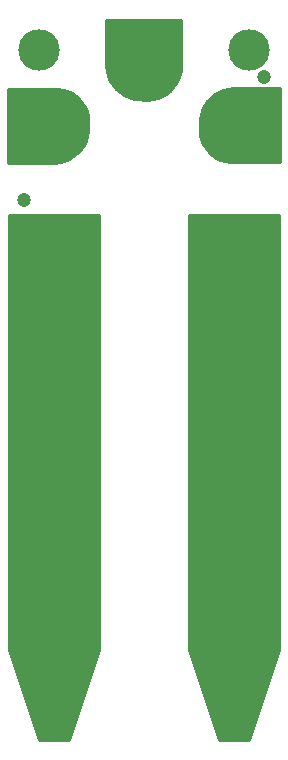
<source format=gbs>
G75*
%MOIN*%
%OFA0B0*%
%FSLAX25Y25*%
%IPPOS*%
%LPD*%
%AMOC8*
5,1,8,0,0,1.08239X$1,22.5*
%
%ADD10C,0.01000*%
%ADD11C,0.13800*%
%ADD12C,0.20800*%
%ADD13C,0.04737*%
D10*
X0123333Y0266400D02*
X0133333Y0266400D01*
X0143333Y0296400D01*
X0143333Y0441400D01*
X0113333Y0441400D01*
X0113333Y0296400D01*
X0123333Y0266400D01*
X0133333Y0266400D01*
X0143333Y0296400D01*
X0143333Y0441400D01*
X0113333Y0441400D01*
X0113333Y0296400D01*
X0123333Y0266400D01*
X0133333Y0266400D01*
X0133666Y0267399D02*
X0123000Y0267399D01*
X0122668Y0268397D02*
X0133999Y0268397D01*
X0134332Y0269396D02*
X0122335Y0269396D01*
X0122002Y0270394D02*
X0134665Y0270394D01*
X0134998Y0271393D02*
X0121669Y0271393D01*
X0121336Y0272391D02*
X0135330Y0272391D01*
X0135663Y0273390D02*
X0121003Y0273390D01*
X0120671Y0274388D02*
X0135996Y0274388D01*
X0136329Y0275387D02*
X0120338Y0275387D01*
X0120005Y0276385D02*
X0136662Y0276385D01*
X0136995Y0277384D02*
X0119672Y0277384D01*
X0119339Y0278382D02*
X0137327Y0278382D01*
X0137660Y0279381D02*
X0119006Y0279381D01*
X0118674Y0280379D02*
X0137993Y0280379D01*
X0138326Y0281378D02*
X0118341Y0281378D01*
X0118008Y0282376D02*
X0138659Y0282376D01*
X0138992Y0283375D02*
X0117675Y0283375D01*
X0117342Y0284373D02*
X0139324Y0284373D01*
X0139657Y0285372D02*
X0117009Y0285372D01*
X0116677Y0286370D02*
X0139990Y0286370D01*
X0140323Y0287369D02*
X0116344Y0287369D01*
X0116011Y0288367D02*
X0140656Y0288367D01*
X0140989Y0289366D02*
X0115678Y0289366D01*
X0115345Y0290364D02*
X0141321Y0290364D01*
X0141654Y0291363D02*
X0115012Y0291363D01*
X0114680Y0292361D02*
X0141987Y0292361D01*
X0142320Y0293360D02*
X0114347Y0293360D01*
X0114014Y0294358D02*
X0142653Y0294358D01*
X0142986Y0295357D02*
X0113681Y0295357D01*
X0113348Y0296355D02*
X0143318Y0296355D01*
X0143333Y0297354D02*
X0113333Y0297354D01*
X0113333Y0298352D02*
X0143333Y0298352D01*
X0143333Y0299351D02*
X0113333Y0299351D01*
X0113333Y0300349D02*
X0143333Y0300349D01*
X0143333Y0301348D02*
X0113333Y0301348D01*
X0113333Y0302346D02*
X0143333Y0302346D01*
X0143333Y0303345D02*
X0113333Y0303345D01*
X0113333Y0304343D02*
X0143333Y0304343D01*
X0143333Y0305342D02*
X0113333Y0305342D01*
X0113333Y0306340D02*
X0143333Y0306340D01*
X0143333Y0307339D02*
X0113333Y0307339D01*
X0113333Y0308337D02*
X0143333Y0308337D01*
X0143333Y0309336D02*
X0113333Y0309336D01*
X0113333Y0310334D02*
X0143333Y0310334D01*
X0143333Y0311333D02*
X0113333Y0311333D01*
X0113333Y0312332D02*
X0143333Y0312332D01*
X0143333Y0313330D02*
X0113333Y0313330D01*
X0113333Y0314329D02*
X0143333Y0314329D01*
X0143333Y0315327D02*
X0113333Y0315327D01*
X0113333Y0316326D02*
X0143333Y0316326D01*
X0143333Y0317324D02*
X0113333Y0317324D01*
X0113333Y0318323D02*
X0143333Y0318323D01*
X0143333Y0319321D02*
X0113333Y0319321D01*
X0113333Y0320320D02*
X0143333Y0320320D01*
X0143333Y0321318D02*
X0113333Y0321318D01*
X0113333Y0322317D02*
X0143333Y0322317D01*
X0143333Y0323315D02*
X0113333Y0323315D01*
X0113333Y0324314D02*
X0143333Y0324314D01*
X0143333Y0325312D02*
X0113333Y0325312D01*
X0113333Y0326311D02*
X0143333Y0326311D01*
X0143333Y0327309D02*
X0113333Y0327309D01*
X0113333Y0328308D02*
X0143333Y0328308D01*
X0143333Y0329306D02*
X0113333Y0329306D01*
X0113333Y0330305D02*
X0143333Y0330305D01*
X0143333Y0331303D02*
X0113333Y0331303D01*
X0113333Y0332302D02*
X0143333Y0332302D01*
X0143333Y0333300D02*
X0113333Y0333300D01*
X0113333Y0334299D02*
X0143333Y0334299D01*
X0143333Y0335297D02*
X0113333Y0335297D01*
X0113333Y0336296D02*
X0143333Y0336296D01*
X0143333Y0337294D02*
X0113333Y0337294D01*
X0113333Y0338293D02*
X0143333Y0338293D01*
X0143333Y0339291D02*
X0113333Y0339291D01*
X0113333Y0340290D02*
X0143333Y0340290D01*
X0143333Y0341288D02*
X0113333Y0341288D01*
X0113333Y0342287D02*
X0143333Y0342287D01*
X0143333Y0343285D02*
X0113333Y0343285D01*
X0113333Y0344284D02*
X0143333Y0344284D01*
X0143333Y0345282D02*
X0113333Y0345282D01*
X0113333Y0346281D02*
X0143333Y0346281D01*
X0143333Y0347279D02*
X0113333Y0347279D01*
X0113333Y0348278D02*
X0143333Y0348278D01*
X0143333Y0349276D02*
X0113333Y0349276D01*
X0113333Y0350275D02*
X0143333Y0350275D01*
X0143333Y0351273D02*
X0113333Y0351273D01*
X0113333Y0352272D02*
X0143333Y0352272D01*
X0143333Y0353270D02*
X0113333Y0353270D01*
X0113333Y0354269D02*
X0143333Y0354269D01*
X0143333Y0355268D02*
X0113333Y0355268D01*
X0113333Y0356266D02*
X0143333Y0356266D01*
X0143333Y0357265D02*
X0113333Y0357265D01*
X0113333Y0358263D02*
X0143333Y0358263D01*
X0143333Y0359262D02*
X0113333Y0359262D01*
X0113333Y0360260D02*
X0143333Y0360260D01*
X0143333Y0361259D02*
X0113333Y0361259D01*
X0113333Y0362257D02*
X0143333Y0362257D01*
X0143333Y0363256D02*
X0113333Y0363256D01*
X0113333Y0364254D02*
X0143333Y0364254D01*
X0143333Y0365253D02*
X0113333Y0365253D01*
X0113333Y0366251D02*
X0143333Y0366251D01*
X0143333Y0367250D02*
X0113333Y0367250D01*
X0113333Y0368248D02*
X0143333Y0368248D01*
X0143333Y0369247D02*
X0113333Y0369247D01*
X0113333Y0370245D02*
X0143333Y0370245D01*
X0143333Y0371244D02*
X0113333Y0371244D01*
X0113333Y0372242D02*
X0143333Y0372242D01*
X0143333Y0373241D02*
X0113333Y0373241D01*
X0113333Y0374239D02*
X0143333Y0374239D01*
X0143333Y0375238D02*
X0113333Y0375238D01*
X0113333Y0376236D02*
X0143333Y0376236D01*
X0143333Y0377235D02*
X0113333Y0377235D01*
X0113333Y0378233D02*
X0143333Y0378233D01*
X0143333Y0379232D02*
X0113333Y0379232D01*
X0113333Y0380230D02*
X0143333Y0380230D01*
X0143333Y0381229D02*
X0113333Y0381229D01*
X0113333Y0382227D02*
X0143333Y0382227D01*
X0143333Y0383226D02*
X0113333Y0383226D01*
X0113333Y0384224D02*
X0143333Y0384224D01*
X0143333Y0385223D02*
X0113333Y0385223D01*
X0113333Y0386221D02*
X0143333Y0386221D01*
X0143333Y0387220D02*
X0113333Y0387220D01*
X0113333Y0388218D02*
X0143333Y0388218D01*
X0143333Y0389217D02*
X0113333Y0389217D01*
X0113333Y0390215D02*
X0143333Y0390215D01*
X0143333Y0391214D02*
X0113333Y0391214D01*
X0113333Y0392212D02*
X0143333Y0392212D01*
X0143333Y0393211D02*
X0113333Y0393211D01*
X0113333Y0394209D02*
X0143333Y0394209D01*
X0143333Y0395208D02*
X0113333Y0395208D01*
X0113333Y0396206D02*
X0143333Y0396206D01*
X0143333Y0397205D02*
X0113333Y0397205D01*
X0113333Y0398203D02*
X0143333Y0398203D01*
X0143333Y0399202D02*
X0113333Y0399202D01*
X0113333Y0400201D02*
X0143333Y0400201D01*
X0143333Y0401199D02*
X0113333Y0401199D01*
X0113333Y0402198D02*
X0143333Y0402198D01*
X0143333Y0403196D02*
X0113333Y0403196D01*
X0113333Y0404195D02*
X0143333Y0404195D01*
X0143333Y0405193D02*
X0113333Y0405193D01*
X0113333Y0406192D02*
X0143333Y0406192D01*
X0143333Y0407190D02*
X0113333Y0407190D01*
X0113333Y0408189D02*
X0143333Y0408189D01*
X0143333Y0409187D02*
X0113333Y0409187D01*
X0113333Y0410186D02*
X0143333Y0410186D01*
X0143333Y0411184D02*
X0113333Y0411184D01*
X0113333Y0412183D02*
X0143333Y0412183D01*
X0143333Y0413181D02*
X0113333Y0413181D01*
X0113333Y0414180D02*
X0143333Y0414180D01*
X0143333Y0415178D02*
X0113333Y0415178D01*
X0113333Y0416177D02*
X0143333Y0416177D01*
X0143333Y0417175D02*
X0113333Y0417175D01*
X0113333Y0418174D02*
X0143333Y0418174D01*
X0143333Y0419172D02*
X0113333Y0419172D01*
X0113333Y0420171D02*
X0143333Y0420171D01*
X0143333Y0421169D02*
X0113333Y0421169D01*
X0113333Y0422168D02*
X0143333Y0422168D01*
X0143333Y0423166D02*
X0113333Y0423166D01*
X0113333Y0424165D02*
X0143333Y0424165D01*
X0143333Y0425163D02*
X0113333Y0425163D01*
X0113333Y0426162D02*
X0143333Y0426162D01*
X0143333Y0427160D02*
X0113333Y0427160D01*
X0113333Y0428159D02*
X0143333Y0428159D01*
X0143333Y0429157D02*
X0113333Y0429157D01*
X0113333Y0430156D02*
X0143333Y0430156D01*
X0143333Y0431154D02*
X0113333Y0431154D01*
X0113333Y0432153D02*
X0143333Y0432153D01*
X0143333Y0433151D02*
X0113333Y0433151D01*
X0113333Y0434150D02*
X0143333Y0434150D01*
X0143333Y0435148D02*
X0113333Y0435148D01*
X0113333Y0436147D02*
X0143333Y0436147D01*
X0143333Y0437145D02*
X0113333Y0437145D01*
X0113333Y0438144D02*
X0143333Y0438144D01*
X0143333Y0439142D02*
X0113333Y0439142D01*
X0113333Y0440141D02*
X0143333Y0440141D01*
X0143333Y0441139D02*
X0113333Y0441139D01*
X0113133Y0458900D02*
X0128533Y0458900D01*
X0130207Y0459105D01*
X0131833Y0459547D01*
X0133381Y0460216D01*
X0134818Y0461098D01*
X0136114Y0462175D01*
X0137244Y0463426D01*
X0138185Y0464825D01*
X0138916Y0466344D01*
X0139424Y0467951D01*
X0139699Y0469615D01*
X0139733Y0471300D01*
X0139780Y0472900D01*
X0139599Y0474490D01*
X0139195Y0476039D01*
X0138576Y0477515D01*
X0137754Y0478888D01*
X0136747Y0480132D01*
X0135573Y0481220D01*
X0134257Y0482131D01*
X0132826Y0482847D01*
X0131307Y0483353D01*
X0129733Y0483640D01*
X0128133Y0483700D01*
X0113133Y0483700D01*
X0113133Y0458900D01*
X0113133Y0459113D02*
X0130233Y0459113D01*
X0133139Y0460111D02*
X0113133Y0460111D01*
X0113133Y0461110D02*
X0134832Y0461110D01*
X0136034Y0462108D02*
X0113133Y0462108D01*
X0113133Y0463107D02*
X0136956Y0463107D01*
X0137701Y0464105D02*
X0113133Y0464105D01*
X0113133Y0465104D02*
X0138319Y0465104D01*
X0138800Y0466102D02*
X0113133Y0466102D01*
X0113133Y0467101D02*
X0139156Y0467101D01*
X0139449Y0468099D02*
X0113133Y0468099D01*
X0113133Y0469098D02*
X0139613Y0469098D01*
X0139709Y0470096D02*
X0113133Y0470096D01*
X0113133Y0471095D02*
X0139729Y0471095D01*
X0139756Y0472093D02*
X0113133Y0472093D01*
X0113133Y0473092D02*
X0139758Y0473092D01*
X0139644Y0474090D02*
X0113133Y0474090D01*
X0113133Y0475089D02*
X0139443Y0475089D01*
X0139175Y0476087D02*
X0113133Y0476087D01*
X0113133Y0477086D02*
X0138756Y0477086D01*
X0138235Y0478084D02*
X0113133Y0478084D01*
X0113133Y0479083D02*
X0137597Y0479083D01*
X0136788Y0480081D02*
X0113133Y0480081D01*
X0113133Y0481080D02*
X0135724Y0481080D01*
X0134334Y0482078D02*
X0113133Y0482078D01*
X0113133Y0483077D02*
X0132137Y0483077D01*
X0146480Y0487900D02*
X0146039Y0489527D01*
X0145833Y0491200D01*
X0145833Y0506600D01*
X0170633Y0506600D01*
X0170633Y0491600D01*
X0170573Y0490001D01*
X0170287Y0488426D01*
X0169781Y0486907D01*
X0169065Y0485476D01*
X0168153Y0484160D01*
X0167065Y0482987D01*
X0165822Y0481979D01*
X0164448Y0481157D01*
X0162972Y0480538D01*
X0161423Y0480134D01*
X0159833Y0479954D01*
X0158233Y0480000D01*
X0156548Y0480035D01*
X0154885Y0480309D01*
X0153277Y0480817D01*
X0151759Y0481549D01*
X0150359Y0482489D01*
X0149108Y0483619D01*
X0148031Y0484916D01*
X0147149Y0486352D01*
X0146480Y0487900D01*
X0146434Y0488070D02*
X0170168Y0488070D01*
X0170403Y0489068D02*
X0146163Y0489068D01*
X0145973Y0490067D02*
X0170575Y0490067D01*
X0170613Y0491065D02*
X0145850Y0491065D01*
X0145833Y0492064D02*
X0170633Y0492064D01*
X0170633Y0493062D02*
X0145833Y0493062D01*
X0145833Y0494061D02*
X0170633Y0494061D01*
X0170633Y0495059D02*
X0145833Y0495059D01*
X0145833Y0496058D02*
X0170633Y0496058D01*
X0170633Y0497056D02*
X0145833Y0497056D01*
X0145833Y0498055D02*
X0170633Y0498055D01*
X0170633Y0499053D02*
X0145833Y0499053D01*
X0145833Y0500052D02*
X0170633Y0500052D01*
X0170633Y0501050D02*
X0145833Y0501050D01*
X0145833Y0502049D02*
X0170633Y0502049D01*
X0170633Y0503047D02*
X0145833Y0503047D01*
X0145833Y0504046D02*
X0170633Y0504046D01*
X0170633Y0505044D02*
X0145833Y0505044D01*
X0145833Y0506043D02*
X0170633Y0506043D01*
X0169835Y0487071D02*
X0146838Y0487071D01*
X0147321Y0486072D02*
X0169363Y0486072D01*
X0168786Y0485074D02*
X0147934Y0485074D01*
X0148729Y0484075D02*
X0168075Y0484075D01*
X0167149Y0483077D02*
X0149709Y0483077D01*
X0150971Y0482078D02*
X0165945Y0482078D01*
X0164264Y0481080D02*
X0152732Y0481080D01*
X0156265Y0480081D02*
X0160957Y0480081D01*
X0177242Y0474849D02*
X0177750Y0476456D01*
X0178482Y0477975D01*
X0179423Y0479374D01*
X0180553Y0480625D01*
X0181849Y0481702D01*
X0183286Y0482584D01*
X0184833Y0483253D01*
X0186460Y0483695D01*
X0188133Y0483900D01*
X0203533Y0483900D01*
X0203533Y0459100D01*
X0188533Y0459100D01*
X0186934Y0459160D01*
X0185359Y0459447D01*
X0183841Y0459953D01*
X0182409Y0460669D01*
X0181094Y0461580D01*
X0179920Y0462668D01*
X0178912Y0463912D01*
X0178091Y0465285D01*
X0177472Y0466761D01*
X0177068Y0468310D01*
X0176887Y0469900D01*
X0176933Y0471500D01*
X0176968Y0473185D01*
X0177242Y0474849D01*
X0177318Y0475089D02*
X0203533Y0475089D01*
X0203533Y0476087D02*
X0177634Y0476087D01*
X0178054Y0477086D02*
X0203533Y0477086D01*
X0203533Y0478084D02*
X0178556Y0478084D01*
X0179227Y0479083D02*
X0203533Y0479083D01*
X0203533Y0480081D02*
X0180062Y0480081D01*
X0181100Y0481080D02*
X0203533Y0481080D01*
X0203533Y0482078D02*
X0182462Y0482078D01*
X0184426Y0483077D02*
X0203533Y0483077D01*
X0203533Y0474090D02*
X0177117Y0474090D01*
X0176966Y0473092D02*
X0203533Y0473092D01*
X0203533Y0472093D02*
X0176946Y0472093D01*
X0176922Y0471095D02*
X0203533Y0471095D01*
X0203533Y0470096D02*
X0176893Y0470096D01*
X0176978Y0469098D02*
X0203533Y0469098D01*
X0203533Y0468099D02*
X0177123Y0468099D01*
X0177383Y0467101D02*
X0203533Y0467101D01*
X0203533Y0466102D02*
X0177748Y0466102D01*
X0178199Y0465104D02*
X0203533Y0465104D01*
X0203533Y0464105D02*
X0178796Y0464105D01*
X0179565Y0463107D02*
X0203533Y0463107D01*
X0203533Y0462108D02*
X0180524Y0462108D01*
X0181772Y0461110D02*
X0203533Y0461110D01*
X0203533Y0460111D02*
X0183524Y0460111D01*
X0188198Y0459113D02*
X0203533Y0459113D01*
X0203333Y0441400D02*
X0173333Y0441400D01*
X0173333Y0296400D01*
X0183333Y0266400D01*
X0193333Y0266400D01*
X0203333Y0296400D01*
X0203333Y0441400D01*
X0173333Y0441400D01*
X0173333Y0296400D01*
X0183333Y0266400D01*
X0193333Y0266400D01*
X0203333Y0296400D01*
X0203333Y0441400D01*
X0203333Y0441139D02*
X0173333Y0441139D01*
X0173333Y0440141D02*
X0203333Y0440141D01*
X0203333Y0439142D02*
X0173333Y0439142D01*
X0173333Y0438144D02*
X0203333Y0438144D01*
X0203333Y0437145D02*
X0173333Y0437145D01*
X0173333Y0436147D02*
X0203333Y0436147D01*
X0203333Y0435148D02*
X0173333Y0435148D01*
X0173333Y0434150D02*
X0203333Y0434150D01*
X0203333Y0433151D02*
X0173333Y0433151D01*
X0173333Y0432153D02*
X0203333Y0432153D01*
X0203333Y0431154D02*
X0173333Y0431154D01*
X0173333Y0430156D02*
X0203333Y0430156D01*
X0203333Y0429157D02*
X0173333Y0429157D01*
X0173333Y0428159D02*
X0203333Y0428159D01*
X0203333Y0427160D02*
X0173333Y0427160D01*
X0173333Y0426162D02*
X0203333Y0426162D01*
X0203333Y0425163D02*
X0173333Y0425163D01*
X0173333Y0424165D02*
X0203333Y0424165D01*
X0203333Y0423166D02*
X0173333Y0423166D01*
X0173333Y0422168D02*
X0203333Y0422168D01*
X0203333Y0421169D02*
X0173333Y0421169D01*
X0173333Y0420171D02*
X0203333Y0420171D01*
X0203333Y0419172D02*
X0173333Y0419172D01*
X0173333Y0418174D02*
X0203333Y0418174D01*
X0203333Y0417175D02*
X0173333Y0417175D01*
X0173333Y0416177D02*
X0203333Y0416177D01*
X0203333Y0415178D02*
X0173333Y0415178D01*
X0173333Y0414180D02*
X0203333Y0414180D01*
X0203333Y0413181D02*
X0173333Y0413181D01*
X0173333Y0412183D02*
X0203333Y0412183D01*
X0203333Y0411184D02*
X0173333Y0411184D01*
X0173333Y0410186D02*
X0203333Y0410186D01*
X0203333Y0409187D02*
X0173333Y0409187D01*
X0173333Y0408189D02*
X0203333Y0408189D01*
X0203333Y0407190D02*
X0173333Y0407190D01*
X0173333Y0406192D02*
X0203333Y0406192D01*
X0203333Y0405193D02*
X0173333Y0405193D01*
X0173333Y0404195D02*
X0203333Y0404195D01*
X0203333Y0403196D02*
X0173333Y0403196D01*
X0173333Y0402198D02*
X0203333Y0402198D01*
X0203333Y0401199D02*
X0173333Y0401199D01*
X0173333Y0400201D02*
X0203333Y0400201D01*
X0203333Y0399202D02*
X0173333Y0399202D01*
X0173333Y0398203D02*
X0203333Y0398203D01*
X0203333Y0397205D02*
X0173333Y0397205D01*
X0173333Y0396206D02*
X0203333Y0396206D01*
X0203333Y0395208D02*
X0173333Y0395208D01*
X0173333Y0394209D02*
X0203333Y0394209D01*
X0203333Y0393211D02*
X0173333Y0393211D01*
X0173333Y0392212D02*
X0203333Y0392212D01*
X0203333Y0391214D02*
X0173333Y0391214D01*
X0173333Y0390215D02*
X0203333Y0390215D01*
X0203333Y0389217D02*
X0173333Y0389217D01*
X0173333Y0388218D02*
X0203333Y0388218D01*
X0203333Y0387220D02*
X0173333Y0387220D01*
X0173333Y0386221D02*
X0203333Y0386221D01*
X0203333Y0385223D02*
X0173333Y0385223D01*
X0173333Y0384224D02*
X0203333Y0384224D01*
X0203333Y0383226D02*
X0173333Y0383226D01*
X0173333Y0382227D02*
X0203333Y0382227D01*
X0203333Y0381229D02*
X0173333Y0381229D01*
X0173333Y0380230D02*
X0203333Y0380230D01*
X0203333Y0379232D02*
X0173333Y0379232D01*
X0173333Y0378233D02*
X0203333Y0378233D01*
X0203333Y0377235D02*
X0173333Y0377235D01*
X0173333Y0376236D02*
X0203333Y0376236D01*
X0203333Y0375238D02*
X0173333Y0375238D01*
X0173333Y0374239D02*
X0203333Y0374239D01*
X0203333Y0373241D02*
X0173333Y0373241D01*
X0173333Y0372242D02*
X0203333Y0372242D01*
X0203333Y0371244D02*
X0173333Y0371244D01*
X0173333Y0370245D02*
X0203333Y0370245D01*
X0203333Y0369247D02*
X0173333Y0369247D01*
X0173333Y0368248D02*
X0203333Y0368248D01*
X0203333Y0367250D02*
X0173333Y0367250D01*
X0173333Y0366251D02*
X0203333Y0366251D01*
X0203333Y0365253D02*
X0173333Y0365253D01*
X0173333Y0364254D02*
X0203333Y0364254D01*
X0203333Y0363256D02*
X0173333Y0363256D01*
X0173333Y0362257D02*
X0203333Y0362257D01*
X0203333Y0361259D02*
X0173333Y0361259D01*
X0173333Y0360260D02*
X0203333Y0360260D01*
X0203333Y0359262D02*
X0173333Y0359262D01*
X0173333Y0358263D02*
X0203333Y0358263D01*
X0203333Y0357265D02*
X0173333Y0357265D01*
X0173333Y0356266D02*
X0203333Y0356266D01*
X0203333Y0355268D02*
X0173333Y0355268D01*
X0173333Y0354269D02*
X0203333Y0354269D01*
X0203333Y0353270D02*
X0173333Y0353270D01*
X0173333Y0352272D02*
X0203333Y0352272D01*
X0203333Y0351273D02*
X0173333Y0351273D01*
X0173333Y0350275D02*
X0203333Y0350275D01*
X0203333Y0349276D02*
X0173333Y0349276D01*
X0173333Y0348278D02*
X0203333Y0348278D01*
X0203333Y0347279D02*
X0173333Y0347279D01*
X0173333Y0346281D02*
X0203333Y0346281D01*
X0203333Y0345282D02*
X0173333Y0345282D01*
X0173333Y0344284D02*
X0203333Y0344284D01*
X0203333Y0343285D02*
X0173333Y0343285D01*
X0173333Y0342287D02*
X0203333Y0342287D01*
X0203333Y0341288D02*
X0173333Y0341288D01*
X0173333Y0340290D02*
X0203333Y0340290D01*
X0203333Y0339291D02*
X0173333Y0339291D01*
X0173333Y0338293D02*
X0203333Y0338293D01*
X0203333Y0337294D02*
X0173333Y0337294D01*
X0173333Y0336296D02*
X0203333Y0336296D01*
X0203333Y0335297D02*
X0173333Y0335297D01*
X0173333Y0334299D02*
X0203333Y0334299D01*
X0203333Y0333300D02*
X0173333Y0333300D01*
X0173333Y0332302D02*
X0203333Y0332302D01*
X0203333Y0331303D02*
X0173333Y0331303D01*
X0173333Y0330305D02*
X0203333Y0330305D01*
X0203333Y0329306D02*
X0173333Y0329306D01*
X0173333Y0328308D02*
X0203333Y0328308D01*
X0203333Y0327309D02*
X0173333Y0327309D01*
X0173333Y0326311D02*
X0203333Y0326311D01*
X0203333Y0325312D02*
X0173333Y0325312D01*
X0173333Y0324314D02*
X0203333Y0324314D01*
X0203333Y0323315D02*
X0173333Y0323315D01*
X0173333Y0322317D02*
X0203333Y0322317D01*
X0203333Y0321318D02*
X0173333Y0321318D01*
X0173333Y0320320D02*
X0203333Y0320320D01*
X0203333Y0319321D02*
X0173333Y0319321D01*
X0173333Y0318323D02*
X0203333Y0318323D01*
X0203333Y0317324D02*
X0173333Y0317324D01*
X0173333Y0316326D02*
X0203333Y0316326D01*
X0203333Y0315327D02*
X0173333Y0315327D01*
X0173333Y0314329D02*
X0203333Y0314329D01*
X0203333Y0313330D02*
X0173333Y0313330D01*
X0173333Y0312332D02*
X0203333Y0312332D01*
X0203333Y0311333D02*
X0173333Y0311333D01*
X0173333Y0310334D02*
X0203333Y0310334D01*
X0203333Y0309336D02*
X0173333Y0309336D01*
X0173333Y0308337D02*
X0203333Y0308337D01*
X0203333Y0307339D02*
X0173333Y0307339D01*
X0173333Y0306340D02*
X0203333Y0306340D01*
X0203333Y0305342D02*
X0173333Y0305342D01*
X0173333Y0304343D02*
X0203333Y0304343D01*
X0203333Y0303345D02*
X0173333Y0303345D01*
X0173333Y0302346D02*
X0203333Y0302346D01*
X0203333Y0301348D02*
X0173333Y0301348D01*
X0173333Y0300349D02*
X0203333Y0300349D01*
X0203333Y0299351D02*
X0173333Y0299351D01*
X0173333Y0298352D02*
X0203333Y0298352D01*
X0203333Y0297354D02*
X0173333Y0297354D01*
X0173348Y0296355D02*
X0203318Y0296355D01*
X0202986Y0295357D02*
X0173681Y0295357D01*
X0174014Y0294358D02*
X0202653Y0294358D01*
X0202320Y0293360D02*
X0174347Y0293360D01*
X0174680Y0292361D02*
X0201987Y0292361D01*
X0201654Y0291363D02*
X0175012Y0291363D01*
X0175345Y0290364D02*
X0201321Y0290364D01*
X0200989Y0289366D02*
X0175678Y0289366D01*
X0176011Y0288367D02*
X0200656Y0288367D01*
X0200323Y0287369D02*
X0176344Y0287369D01*
X0176677Y0286370D02*
X0199990Y0286370D01*
X0199657Y0285372D02*
X0177009Y0285372D01*
X0177342Y0284373D02*
X0199324Y0284373D01*
X0198992Y0283375D02*
X0177675Y0283375D01*
X0178008Y0282376D02*
X0198659Y0282376D01*
X0198326Y0281378D02*
X0178341Y0281378D01*
X0178674Y0280379D02*
X0197993Y0280379D01*
X0197660Y0279381D02*
X0179006Y0279381D01*
X0179339Y0278382D02*
X0197327Y0278382D01*
X0196995Y0277384D02*
X0179672Y0277384D01*
X0180005Y0276385D02*
X0196662Y0276385D01*
X0196329Y0275387D02*
X0180338Y0275387D01*
X0180671Y0274388D02*
X0195996Y0274388D01*
X0195663Y0273390D02*
X0181003Y0273390D01*
X0181336Y0272391D02*
X0195330Y0272391D01*
X0194998Y0271393D02*
X0181669Y0271393D01*
X0182002Y0270394D02*
X0194665Y0270394D01*
X0194332Y0269396D02*
X0182335Y0269396D01*
X0182668Y0268397D02*
X0193999Y0268397D01*
X0193666Y0267399D02*
X0183000Y0267399D01*
X0183333Y0266400D02*
X0193333Y0266400D01*
D11*
X0193333Y0496400D03*
X0123333Y0496400D03*
D12*
X0127333Y0471400D03*
X0158333Y0492400D03*
X0189333Y0471400D03*
D13*
X0198333Y0487400D03*
X0118333Y0446400D03*
M02*

</source>
